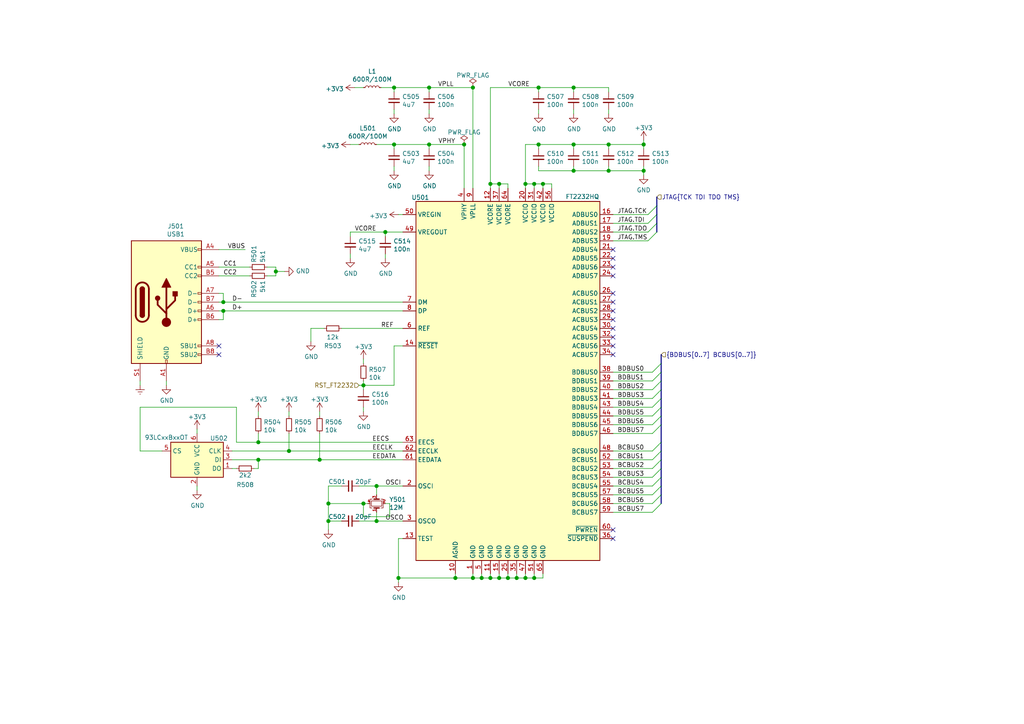
<source format=kicad_sch>
(kicad_sch (version 20211123) (generator eeschema)
  (paper "A4")
  (title_block (title "Mixer: FPGA board") (date "2021-03-28") (rev "1") (comment 1 "License: CC-BY-SA 4.0") (comment 2 "Author: Tobias Müller, twam.info"))
  (lib_symbols
    (symbol "Device:R_Small" (pin_numbers hide) (pin_names (offset 0.254) hide)
      (property "Reference" "R" (at 0.762 0.508 0))
      (property "Value" "R_Small" (at 0.762 -1.016 0))
      (symbol "R_Small_0_1"
        (rectangle (start -0.762 1.778) (end 0.762 -1.778) (stroke (width 0.2032)))
      )
      (symbol "R_Small_1_1"
        (pin passive line (at 0 2.54 270) (length 0.762) (name "~") (number "1"))
        (pin passive line (at 0 -2.54 90) (length 0.762) (name "~") (number "2"))
      )
    )
    (symbol "Interface_USB:FT2232HQ"
      (property "Reference" "U" (at -26.67 53.34 0))
      (property "Value" "FT2232HQ" (at 19.05 53.34 0))
      (symbol "FT2232HQ_0_1"
        (rectangle (start -26.67 -52.07) (end 26.67 52.07) (stroke (width 0.254)) (fill (type background)))
      )
      (symbol "FT2232HQ_1_1"
        (pin power_in line (at -10.16 -55.88 90) (length 3.81) (name "GND") (number "1"))
        (pin power_in line (at -15.24 -55.88 90) (length 3.81) (name "AGND") (number "10"))
        (pin power_in line (at -5.08 -55.88 90) (length 3.81) (name "GND") (number "11"))
        (pin power_in line (at -5.08 55.88 270) (length 3.81) (name "VCORE") (number "12"))
        (pin input line (at -30.48 -45.72 0) (length 3.81) (name "TEST") (number "13"))
        (pin input line (at -30.48 10.16 0) (length 3.81) (name "~{RESET}") (number "14"))
        (pin power_in line (at -2.54 -55.88 90) (length 3.81) (name "GND") (number "15"))
        (pin bidirectional line (at 30.48 48.26 180) (length 3.81) (name "ADBUS0") (number "16"))
        (pin bidirectional line (at 30.48 45.72 180) (length 3.81) (name "ADBUS1") (number "17"))
        (pin bidirectional line (at 30.48 43.18 180) (length 3.81) (name "ADBUS2") (number "18"))
        (pin bidirectional line (at 30.48 40.64 180) (length 3.81) (name "ADBUS3") (number "19"))
        (pin input line (at -30.48 -30.48 0) (length 3.81) (name "OSCI") (number "2"))
        (pin power_in line (at 5.08 55.88 270) (length 3.81) (name "VCCIO") (number "20"))
        (pin bidirectional line (at 30.48 38.1 180) (length 3.81) (name "ADBUS4") (number "21"))
        (pin bidirectional line (at 30.48 35.56 180) (length 3.81) (name "ADBUS5") (number "22"))
        (pin bidirectional line (at 30.48 33.02 180) (length 3.81) (name "ADBUS6") (number "23"))
        (pin bidirectional line (at 30.48 30.48 180) (length 3.81) (name "ADBUS7") (number "24"))
        (pin power_in line (at 0 -55.88 90) (length 3.81) (name "GND") (number "25"))
        (pin bidirectional line (at 30.48 25.4 180) (length 3.81) (name "ACBUS0") (number "26"))
        (pin bidirectional line (at 30.48 22.86 180) (length 3.81) (name "ACBUS1") (number "27"))
        (pin bidirectional line (at 30.48 20.32 180) (length 3.81) (name "ACBUS2") (number "28"))
        (pin bidirectional line (at 30.48 17.78 180) (length 3.81) (name "ACBUS3") (number "29"))
        (pin output line (at -30.48 -40.64 0) (length 3.81) (name "OSCO") (number "3"))
        (pin bidirectional line (at 30.48 15.24 180) (length 3.81) (name "ACBUS4") (number "30"))
        (pin power_in line (at 7.62 55.88 270) (length 3.81) (name "VCCIO") (number "31"))
        (pin bidirectional line (at 30.48 12.7 180) (length 3.81) (name "ACBUS5") (number "32"))
        (pin bidirectional line (at 30.48 10.16 180) (length 3.81) (name "ACBUS6") (number "33"))
        (pin bidirectional line (at 30.48 7.62 180) (length 3.81) (name "ACBUS7") (number "34"))
        (pin power_in line (at 2.54 -55.88 90) (length 3.81) (name "GND") (number "35"))
        (pin output line (at 30.48 -45.72 180) (length 3.81) (name "~{SUSPEND}") (number "36"))
        (pin power_in line (at -2.54 55.88 270) (length 3.81) (name "VCORE") (number "37"))
        (pin bidirectional line (at 30.48 2.54 180) (length 3.81) (name "BDBUS0") (number "38"))
        (pin bidirectional line (at 30.48 0 180) (length 3.81) (name "BDBUS1") (number "39"))
        (pin power_in line (at -12.7 55.88 270) (length 3.81) (name "VPHY") (number "4"))
        (pin bidirectional line (at 30.48 -2.54 180) (length 3.81) (name "BDBUS2") (number "40"))
        (pin bidirectional line (at 30.48 -5.08 180) (length 3.81) (name "BDBUS3") (number "41"))
        (pin power_in line (at 10.16 55.88 270) (length 3.81) (name "VCCIO") (number "42"))
        (pin bidirectional line (at 30.48 -7.62 180) (length 3.81) (name "BDBUS4") (number "43"))
        (pin bidirectional line (at 30.48 -10.16 180) (length 3.81) (name "BDBUS5") (number "44"))
        (pin bidirectional line (at 30.48 -12.7 180) (length 3.81) (name "BDBUS6") (number "45"))
        (pin bidirectional line (at 30.48 -15.24 180) (length 3.81) (name "BDBUS7") (number "46"))
        (pin power_in line (at 5.08 -55.88 90) (length 3.81) (name "GND") (number "47"))
        (pin bidirectional line (at 30.48 -20.32 180) (length 3.81) (name "BCBUS0") (number "48"))
        (pin power_out line (at -30.48 43.18 0) (length 3.81) (name "VREGOUT") (number "49"))
        (pin power_in line (at -7.62 -55.88 90) (length 3.81) (name "GND") (number "5"))
        (pin power_in line (at -30.48 48.26 0) (length 3.81) (name "VREGIN") (number "50"))
        (pin power_in line (at 7.62 -55.88 90) (length 3.81) (name "GND") (number "51"))
        (pin bidirectional line (at 30.48 -22.86 180) (length 3.81) (name "BCBUS1") (number "52"))
        (pin bidirectional line (at 30.48 -25.4 180) (length 3.81) (name "BCBUS2") (number "53"))
        (pin bidirectional line (at 30.48 -27.94 180) (length 3.81) (name "BCBUS3") (number "54"))
        (pin bidirectional line (at 30.48 -30.48 180) (length 3.81) (name "BCBUS4") (number "55"))
        (pin power_in line (at 12.7 55.88 270) (length 3.81) (name "VCCIO") (number "56"))
        (pin bidirectional line (at 30.48 -33.02 180) (length 3.81) (name "BCBUS5") (number "57"))
        (pin bidirectional line (at 30.48 -35.56 180) (length 3.81) (name "BCBUS6") (number "58"))
        (pin bidirectional line (at 30.48 -38.1 180) (length 3.81) (name "BCBUS7") (number "59"))
        (pin output line (at -30.48 15.24 0) (length 3.81) (name "REF") (number "6"))
        (pin output line (at 30.48 -43.18 180) (length 3.81) (name "~{PWREN}") (number "60"))
        (pin bidirectional line (at -30.48 -22.86 0) (length 3.81) (name "EEDATA") (number "61"))
        (pin output line (at -30.48 -20.32 0) (length 3.81) (name "EECLK") (number "62"))
        (pin output line (at -30.48 -17.78 0) (length 3.81) (name "EECS") (number "63"))
        (pin power_in line (at 0 55.88 270) (length 3.81) (name "VCORE") (number "64"))
        (pin power_in line (at 10.16 -55.88 90) (length 3.81) (name "GND") (number "65"))
        (pin bidirectional line (at -30.48 22.86 0) (length 3.81) (name "DM") (number "7"))
        (pin bidirectional line (at -30.48 20.32 0) (length 3.81) (name "DP") (number "8"))
        (pin input line (at -10.16 55.88 270) (length 3.81) (name "VPLL") (number "9"))
      )
    )
    (symbol "Mainboard-rescue:C_Small-Device" (pin_numbers hide) (pin_names (offset 0.254) hide)
      (property "Reference" "C" (at 0.254 1.778 0))
      (property "Value" "C_Small-Device" (at 0.254 -2.032 0))
      (symbol "C_Small-Device_0_1"
        (polyline (pts (xy -1.524 -0.508) (xy 1.524 -0.508)) (stroke (width 0.3302)))
        (polyline (pts (xy -1.524 0.508) (xy 1.524 0.508)) (stroke (width 0.3048)))
      )
      (symbol "C_Small-Device_1_1"
        (pin passive line (at 0 2.54 270) (length 2.032) (name "~") (number "1"))
        (pin passive line (at 0 -2.54 90) (length 2.032) (name "~") (number "2"))
      )
    )
    (symbol "Mainboard-rescue:Crystal_GND24_Small-Device" (pin_names (offset 1.016) hide)
      (property "Reference" "Y" (at 1.27 4.445 0))
      (property "Value" "Crystal_GND24_Small-Device" (at 1.27 2.54 0))
      (symbol "Crystal_GND24_Small-Device_0_1"
        (rectangle (start -0.762 -1.524) (end 0.762 1.524))
        (polyline (pts (xy -1.27 -0.762) (xy -1.27 0.762)) (stroke (width 0.381)))
        (polyline (pts (xy 1.27 -0.762) (xy 1.27 0.762)) (stroke (width 0.381)))
        (polyline (pts (xy -1.27 -1.27) (xy -1.27 -1.905) (xy 1.27 -1.905) (xy 1.27 -1.27)))
        (polyline (pts (xy -1.27 1.27) (xy -1.27 1.905) (xy 1.27 1.905) (xy 1.27 1.27)))
      )
      (symbol "Crystal_GND24_Small-Device_1_1"
        (pin passive line (at -2.54 0 0) (length 1.27) (name "1") (number "1"))
        (pin passive line (at 0 -2.54 90) (length 0.635) (name "2") (number "2"))
        (pin passive line (at 2.54 0 180) (length 1.27) (name "3") (number "3"))
        (pin passive line (at 0 2.54 270) (length 0.635) (name "4") (number "4"))
      )
    )
    (symbol "Mainboard-rescue:Earth-power" (power) (pin_names (offset 0))
      (symbol "Earth-power_0_1"
        (polyline (pts (xy -0.635 -1.905) (xy 0.635 -1.905)))
        (polyline (pts (xy -0.127 -2.54) (xy 0.127 -2.54)))
        (polyline (pts (xy 0 -1.27) (xy 0 0)))
        (polyline (pts (xy 1.27 -1.27) (xy -1.27 -1.27)))
      )
      (symbol "Earth-power_1_1"
        (pin power_in line (at 0 0 270) (length 0) hide (name "Earth") (number "1"))
      )
    )
    (symbol "Mainboard-rescue:GND-power" (power) (pin_names (offset 0))
      (property "Value" "GND-power" (at 0 -3.81 0))
      (symbol "GND-power_0_1"
        (polyline (pts (xy 0 0) (xy 0 -1.27) (xy 1.27 -1.27) (xy 0 -2.54) (xy -1.27 -1.27) (xy 0 -1.27)))
      )
      (symbol "GND-power_1_1"
        (pin power_in line (at 0 0 270) (length 0) hide (name "GND") (number "1"))
      )
    )
    (symbol "Mainboard-rescue:L_Small-Device" (pin_numbers hide) (pin_names (offset 0.254) hide)
      (property "Reference" "L" (at 0.762 1.016 0))
      (property "Value" "L_Small-Device" (at 0.762 -1.016 0))
      (symbol "L_Small-Device_0_1"
        (arc (start 0 -2.032) (mid 0.508 -1.524) (end 0 -1.016))
        (arc (start 0 -1.016) (mid 0.508 -0.508) (end 0 0))
        (arc (start 0 0) (mid 0.508 0.508) (end 0 1.016))
        (arc (start 0 1.016) (mid 0.508 1.524) (end 0 2.032))
      )
      (symbol "L_Small-Device_1_1"
        (pin passive line (at 0 2.54 270) (length 0.508) (name "~") (number "1"))
        (pin passive line (at 0 -2.54 90) (length 0.508) (name "~") (number "2"))
      )
    )
    (symbol "Mainboard-rescue:R_Small-Device" (pin_numbers hide) (pin_names (offset 0.254) hide)
      (property "Reference" "R" (at 0.762 0.508 0))
      (property "Value" "R_Small-Device" (at 0.762 -1.016 0))
      (symbol "R_Small-Device_0_1"
        (rectangle (start -0.762 1.778) (end 0.762 -1.778) (stroke (width 0.2032)))
      )
      (symbol "R_Small-Device_1_1"
        (pin passive line (at 0 2.54 270) (length 0.762) (name "~") (number "1"))
        (pin passive line (at 0 -2.54 90) (length 0.762) (name "~") (number "2"))
      )
    )
    (symbol "Mainboard-rescue:USB_C_Receptacle_USB2.0-Connector" (pin_names (offset 1.016))
      (property "Reference" "J" (at -10.16 19.05 0))
      (property "Value" "USB_C_Receptacle_USB2.0-Connector" (at 19.05 19.05 0))
      (symbol "USB_C_Receptacle_USB2.0-Connector_0_0"
        (rectangle (start -0.254 -17.78) (end 0.254 -16.764))
        (rectangle (start 10.16 -14.986) (end 9.144 -15.494))
        (rectangle (start 10.16 -12.446) (end 9.144 -12.954))
        (rectangle (start 10.16 -4.826) (end 9.144 -5.334))
        (rectangle (start 10.16 -2.286) (end 9.144 -2.794))
        (rectangle (start 10.16 0.254) (end 9.144 -0.254))
        (rectangle (start 10.16 2.794) (end 9.144 2.286))
        (rectangle (start 10.16 7.874) (end 9.144 7.366))
        (rectangle (start 10.16 10.414) (end 9.144 9.906))
        (rectangle (start 10.16 15.494) (end 9.144 14.986))
      )
      (symbol "USB_C_Receptacle_USB2.0-Connector_0_1"
        (rectangle (start -10.16 17.78) (end 10.16 -17.78) (stroke (width 0.254)) (fill (type background)))
        (arc (start -8.89 -3.81) (mid -6.985 -5.715) (end -5.08 -3.81) (stroke (width 0.508)))
        (arc (start -7.62 -3.81) (mid -6.985 -4.445) (end -6.35 -3.81) (stroke (width 0.254)))
        (arc (start -7.62 -3.81) (mid -6.985 -4.445) (end -6.35 -3.81) (stroke (width 0.254)) (fill (type outline)))
        (rectangle (start -7.62 -3.81) (end -6.35 3.81) (stroke (width 0.254)) (fill (type outline)))
        (arc (start -6.35 3.81) (mid -6.985 4.445) (end -7.62 3.81) (stroke (width 0.254)))
        (arc (start -6.35 3.81) (mid -6.985 4.445) (end -7.62 3.81) (stroke (width 0.254)) (fill (type outline)))
        (arc (start -5.08 3.81) (mid -6.985 5.715) (end -8.89 3.81) (stroke (width 0.508)))
        (circle (center -2.54 1.143) (radius 0.635) (stroke (width 0.254)) (fill (type outline)))
        (circle (center 0 -5.842) (radius 1.27) (fill (type outline)))
        (polyline (pts (xy -8.89 -3.81) (xy -8.89 3.81)) (stroke (width 0.508)))
        (polyline (pts (xy -5.08 3.81) (xy -5.08 -3.81)) (stroke (width 0.508)))
        (polyline (pts (xy 0 -5.842) (xy 0 4.318)) (stroke (width 0.508)))
        (polyline (pts (xy 0 -3.302) (xy -2.54 -0.762) (xy -2.54 0.508)) (stroke (width 0.508)))
        (polyline (pts (xy 0 -2.032) (xy 2.54 0.508) (xy 2.54 1.778)) (stroke (width 0.508)))
        (polyline (pts (xy -1.27 4.318) (xy 0 6.858) (xy 1.27 4.318) (xy -1.27 4.318)) (stroke (width 0.254)) (fill (type outline)))
        (rectangle (start 1.905 1.778) (end 3.175 3.048) (stroke (width 0.254)) (fill (type outline)))
      )
      (symbol "USB_C_Receptacle_USB2.0-Connector_1_1"
        (pin passive line (at 0 -22.86 90) (length 5.08) (name "GND") (number "A1"))
        (pin passive line (at 0 -22.86 90) (length 5.08) hide (name "GND") (number "A12"))
        (pin passive line (at 15.24 15.24 180) (length 5.08) (name "VBUS") (number "A4"))
        (pin bidirectional line (at 15.24 10.16 180) (length 5.08) (name "CC1") (number "A5"))
        (pin bidirectional line (at 15.24 -2.54 180) (length 5.08) (name "D+") (number "A6"))
        (pin bidirectional line (at 15.24 2.54 180) (length 5.08) (name "D-") (number "A7"))
        (pin bidirectional line (at 15.24 -12.7 180) (length 5.08) (name "SBU1") (number "A8"))
        (pin passive line (at 15.24 15.24 180) (length 5.08) hide (name "VBUS") (number "A9"))
        (pin passive line (at 0 -22.86 90) (length 5.08) hide (name "GND") (number "B1"))
        (pin passive line (at 0 -22.86 90) (length 5.08) hide (name "GND") (number "B12"))
        (pin passive line (at 15.24 15.24 180) (length 5.08) hide (name "VBUS") (number "B4"))
        (pin bidirectional line (at 15.24 7.62 180) (length 5.08) (name "CC2") (number "B5"))
        (pin bidirectional line (at 15.24 -5.08 180) (length 5.08) (name "D+") (number "B6"))
        (pin bidirectional line (at 15.24 0 180) (length 5.08) (name "D-") (number "B7"))
        (pin bidirectional line (at 15.24 -15.24 180) (length 5.08) (name "SBU2") (number "B8"))
        (pin passive line (at 15.24 15.24 180) (length 5.08) hide (name "VBUS") (number "B9"))
        (pin passive line (at -7.62 -22.86 90) (length 5.08) (name "SHIELD") (number "S1"))
      )
    )
    (symbol "Memory_EEPROM:93LCxxBxxOT"
      (property "Reference" "U" (at -6.35 6.35 0))
      (property "Value" "93LCxxBxxOT" (at 7.62 -6.35 0))
      (symbol "93LCxxBxxOT_0_1"
        (rectangle (start -7.62 5.08) (end 7.62 -5.08) (stroke (width 0.254)) (fill (type background)))
      )
      (symbol "93LCxxBxxOT_1_1"
        (pin tri_state line (at 10.16 -2.54 180) (length 2.54) (name "DO") (number "1"))
        (pin power_in line (at 0 -7.62 90) (length 2.54) (name "GND") (number "2"))
        (pin input line (at 10.16 0 180) (length 2.54) (name "DI") (number "3"))
        (pin input line (at 10.16 2.54 180) (length 2.54) (name "CLK") (number "4"))
        (pin input line (at -10.16 2.54 0) (length 2.54) (name "CS") (number "5"))
        (pin power_in line (at 0 7.62 270) (length 2.54) (name "VCC") (number "6"))
      )
    )
    (symbol "power:+3V3" (power) (pin_names (offset 0))
      (property "Value" "+3V3" (at 0 3.556 0))
      (symbol "+3V3_0_1"
        (polyline (pts (xy -0.762 1.27) (xy 0 2.54)))
        (polyline (pts (xy 0 0) (xy 0 2.54)))
        (polyline (pts (xy 0 2.54) (xy 0.762 1.27)))
      )
      (symbol "+3V3_1_1"
        (pin power_in line (at 0 0 90) (length 0) hide (name "+3V3") (number "1"))
      )
    )
    (symbol "power:GND" (power) (pin_names (offset 0))
      (property "Value" "GND" (at 0 -3.81 0))
      (symbol "GND_0_1"
        (polyline (pts (xy 0 0) (xy 0 -1.27) (xy 1.27 -1.27) (xy 0 -2.54) (xy -1.27 -1.27) (xy 0 -1.27)))
      )
      (symbol "GND_1_1"
        (pin power_in line (at 0 0 270) (length 0) hide (name "GND") (number "1"))
      )
    )
    (symbol "power:PWR_FLAG" (power) (pin_numbers hide) (pin_names (offset 0) hide)
      (property "Value" "PWR_FLAG" (at 0 3.81 0))
      (symbol "PWR_FLAG_0_0"
        (pin power_out line (at 0 0 90) (length 0) (name "pwr") (number "1"))
      )
      (symbol "PWR_FLAG_0_1"
        (polyline (pts (xy 0 0) (xy 0 1.27) (xy -1.016 1.905) (xy 0 2.54) (xy 1.016 1.905) (xy 0 1.27)))
      )
    )
  )
  (junction (at 156.21 41.91) (diameter 1.016))
  (junction (at 147.32 167.64) (diameter 1.016))
  (junction (at 105.41 146.05) (diameter 1.016))
  (junction (at 124.46 25.4) (diameter 1.016))
  (junction (at 176.53 41.91) (diameter 1.016))
  (junction (at 80.01 78.74) (diameter 1.016))
  (junction (at 109.22 140.97) (diameter 1.016))
  (junction (at 132.08 167.64) (diameter 1.016))
  (junction (at 109.22 151.13) (diameter 1.016))
  (junction (at 152.4 167.64) (diameter 1.016))
  (junction (at 95.25 151.13) (diameter 1.016))
  (junction (at 137.16 167.64) (diameter 1.016))
  (junction (at 134.62 41.91) (diameter 1.016))
  (junction (at 144.78 167.64) (diameter 1.016))
  (junction (at 115.57 167.64) (diameter 1.016))
  (junction (at 149.86 167.64) (diameter 1.016))
  (junction (at 111.76 67.31) (diameter 1.016))
  (junction (at 186.69 41.91) (diameter 1.016))
  (junction (at 152.4 53.34) (diameter 1.016))
  (junction (at 95.25 146.05) (diameter 1.016))
  (junction (at 139.7 167.64) (diameter 1.016))
  (junction (at 92.71 133.35) (diameter 1.016))
  (junction (at 176.53 49.53) (diameter 1.016))
  (junction (at 83.82 130.81) (diameter 1.016))
  (junction (at 166.37 49.53) (diameter 1.016))
  (junction (at 74.93 128.27) (diameter 1.016))
  (junction (at 166.37 25.4) (diameter 1.016))
  (junction (at 114.3 25.4) (diameter 1.016))
  (junction (at 157.48 53.34) (diameter 1.016))
  (junction (at 154.94 53.34) (diameter 1.016))
  (junction (at 144.78 53.34) (diameter 1.016))
  (junction (at 142.24 167.64) (diameter 1.016))
  (junction (at 166.37 41.91) (diameter 1.016))
  (junction (at 105.41 111.76) (diameter 1.016))
  (junction (at 64.77 90.17) (diameter 1.016))
  (junction (at 156.21 25.4) (diameter 1.016))
  (junction (at 64.77 87.63) (diameter 1.016))
  (junction (at 114.3 41.91) (diameter 1.016))
  (junction (at 74.93 133.35) (diameter 1.016))
  (junction (at 137.16 25.4) (diameter 1.016))
  (junction (at 142.24 53.34) (diameter 1.016))
  (junction (at 186.69 49.53) (diameter 1.016))
  (junction (at 154.94 167.64) (diameter 1.016))
  (junction (at 124.46 41.91) (diameter 1.016))
  (no_connect (at 63.5 102.87))
  (no_connect (at 177.8 72.39))
  (no_connect (at 177.8 74.93))
  (no_connect (at 177.8 77.47))
  (no_connect (at 177.8 80.01))
  (no_connect (at 177.8 85.09))
  (no_connect (at 177.8 87.63))
  (no_connect (at 177.8 90.17))
  (no_connect (at 177.8 92.71))
  (no_connect (at 177.8 95.25))
  (no_connect (at 177.8 97.79))
  (no_connect (at 177.8 100.33))
  (no_connect (at 177.8 102.87))
  (no_connect (at 63.5 100.33))
  (no_connect (at 177.8 153.67))
  (no_connect (at 177.8 156.21))
  (bus_entry (at 191.77 130.81) (size -2.54 2.54) (stroke (width 0.1524)))
  (bus_entry (at 191.77 138.43) (size -2.54 2.54) (stroke (width 0.1524)))
  (bus_entry (at 190.5 67.31) (size -2.54 2.54) (stroke (width 0.1524)))
  (bus_entry (at 190.5 59.69) (size -2.54 2.54) (stroke (width 0.1524)))
  (bus_entry (at 191.77 135.89) (size -2.54 2.54) (stroke (width 0.1524)))
  (bus_entry (at 191.77 118.11) (size -2.54 2.54) (stroke (width 0.1524)))
  (bus_entry (at 191.77 143.51) (size -2.54 2.54) (stroke (width 0.1524)))
  (bus_entry (at 190.5 64.77) (size -2.54 2.54) (stroke (width 0.1524)))
  (bus_entry (at 190.5 62.23) (size -2.54 2.54) (stroke (width 0.1524)))
  (bus_entry (at 191.77 128.27) (size -2.54 2.54) (stroke (width 0.1524)))
  (bus_entry (at 191.77 140.97) (size -2.54 2.54) (stroke (width 0.1524)))
  (bus_entry (at 191.77 120.65) (size -2.54 2.54) (stroke (width 0.1524)))
  (bus_entry (at 191.77 115.57) (size -2.54 2.54) (stroke (width 0.1524)))
  (bus_entry (at 191.77 110.49) (size -2.54 2.54) (stroke (width 0.1524)))
  (bus_entry (at 191.77 105.41) (size -2.54 2.54) (stroke (width 0.1524)))
  (bus_entry (at 191.77 123.19) (size -2.54 2.54) (stroke (width 0.1524)))
  (bus_entry (at 191.77 133.35) (size -2.54 2.54) (stroke (width 0.1524)))
  (bus_entry (at 191.77 107.95) (size -2.54 2.54) (stroke (width 0.1524)))
  (bus_entry (at 191.77 113.03) (size -2.54 2.54) (stroke (width 0.1524)))
  (bus_entry (at 191.77 146.05) (size -2.54 2.54) (stroke (width 0.1524)))
  (bus (pts (xy 191.77 113.03) (xy 191.77 115.57)))
  (wire (pts (xy 177.8 143.51) (xy 189.23 143.51)))
  (wire (pts (xy 99.06 140.97) (xy 95.25 140.97)))
  (wire (pts (xy 124.46 25.4) (xy 114.3 25.4)))
  (wire (pts (xy 57.15 140.97) (xy 57.15 142.24)))
  (wire (pts (xy 177.8 69.85) (xy 187.96 69.85)))
  (bus (pts (xy 191.77 130.81) (xy 191.77 133.35)))
  (wire (pts (xy 137.16 166.37) (xy 137.16 167.64)))
  (wire (pts (xy 64.77 85.09) (xy 64.77 87.63)))
  (wire (pts (xy 74.93 119.38) (xy 74.93 120.65)))
  (wire (pts (xy 124.46 41.91) (xy 114.3 41.91)))
  (wire (pts (xy 142.24 166.37) (xy 142.24 167.64)))
  (wire (pts (xy 104.14 111.76) (xy 105.41 111.76)))
  (wire (pts (xy 92.71 119.38) (xy 92.71 120.65)))
  (wire (pts (xy 74.93 125.73) (xy 74.93 128.27)))
  (wire (pts (xy 166.37 48.26) (xy 166.37 49.53)))
  (bus (pts (xy 190.5 59.69) (xy 190.5 62.23)))
  (bus (pts (xy 191.77 102.87) (xy 191.77 105.41)))
  (wire (pts (xy 156.21 31.75) (xy 156.21 33.02)))
  (wire (pts (xy 95.25 140.97) (xy 95.25 146.05)))
  (wire (pts (xy 115.57 167.64) (xy 115.57 168.91)))
  (wire (pts (xy 109.22 41.91) (xy 114.3 41.91)))
  (wire (pts (xy 64.77 90.17) (xy 116.84 90.17)))
  (bus (pts (xy 190.5 57.15) (xy 190.5 59.69)))
  (wire (pts (xy 147.32 166.37) (xy 147.32 167.64)))
  (wire (pts (xy 139.7 166.37) (xy 139.7 167.64)))
  (wire (pts (xy 124.46 26.67) (xy 124.46 25.4)))
  (wire (pts (xy 124.46 49.53) (xy 124.46 48.26)))
  (wire (pts (xy 80.01 80.01) (xy 77.47 80.01)))
  (wire (pts (xy 177.8 148.59) (xy 189.23 148.59)))
  (bus (pts (xy 191.77 107.95) (xy 191.77 110.49)))
  (wire (pts (xy 177.8 115.57) (xy 189.23 115.57)))
  (wire (pts (xy 80.01 78.74) (xy 82.55 78.74)))
  (wire (pts (xy 124.46 33.02) (xy 124.46 31.75)))
  (wire (pts (xy 177.8 123.19) (xy 189.23 123.19)))
  (wire (pts (xy 95.25 151.13) (xy 99.06 151.13)))
  (wire (pts (xy 124.46 25.4) (xy 137.16 25.4)))
  (wire (pts (xy 137.16 25.4) (xy 137.16 54.61)))
  (wire (pts (xy 157.48 53.34) (xy 157.48 54.61)))
  (wire (pts (xy 101.6 67.31) (xy 101.6 68.58)))
  (wire (pts (xy 101.6 67.31) (xy 111.76 67.31)))
  (wire (pts (xy 116.84 67.31) (xy 111.76 67.31)))
  (wire (pts (xy 124.46 43.18) (xy 124.46 41.91)))
  (wire (pts (xy 114.3 25.4) (xy 114.3 26.67)))
  (wire (pts (xy 154.94 166.37) (xy 154.94 167.64)))
  (bus (pts (xy 191.77 118.11) (xy 191.77 120.65)))
  (bus (pts (xy 191.77 105.41) (xy 191.77 107.95)))
  (wire (pts (xy 63.5 80.01) (xy 72.39 80.01)))
  (wire (pts (xy 152.4 41.91) (xy 156.21 41.91)))
  (wire (pts (xy 152.4 53.34) (xy 152.4 41.91)))
  (wire (pts (xy 156.21 41.91) (xy 166.37 41.91)))
  (wire (pts (xy 166.37 41.91) (xy 176.53 41.91)))
  (wire (pts (xy 176.53 41.91) (xy 186.69 41.91)))
  (wire (pts (xy 177.8 64.77) (xy 187.96 64.77)))
  (wire (pts (xy 177.8 140.97) (xy 189.23 140.97)))
  (wire (pts (xy 186.69 40.64) (xy 186.69 41.91)))
  (wire (pts (xy 99.06 95.25) (xy 116.84 95.25)))
  (wire (pts (xy 64.77 92.71) (xy 63.5 92.71)))
  (wire (pts (xy 106.68 146.05) (xy 105.41 146.05)))
  (wire (pts (xy 101.6 73.66) (xy 101.6 74.93)))
  (wire (pts (xy 114.3 41.91) (xy 114.3 43.18)))
  (wire (pts (xy 111.76 67.31) (xy 111.76 68.58)))
  (wire (pts (xy 105.41 104.14) (xy 105.41 105.41)))
  (wire (pts (xy 176.53 48.26) (xy 176.53 49.53)))
  (wire (pts (xy 115.57 156.21) (xy 115.57 167.64)))
  (wire (pts (xy 115.57 167.64) (xy 132.08 167.64)))
  (wire (pts (xy 116.84 156.21) (xy 115.57 156.21)))
  (wire (pts (xy 124.46 41.91) (xy 134.62 41.91)))
  (wire (pts (xy 134.62 41.91) (xy 134.62 54.61)))
  (wire (pts (xy 156.21 25.4) (xy 156.21 26.67)))
  (wire (pts (xy 83.82 119.38) (xy 83.82 120.65)))
  (wire (pts (xy 93.98 95.25) (xy 90.17 95.25)))
  (wire (pts (xy 114.3 49.53) (xy 114.3 48.26)))
  (wire (pts (xy 132.08 166.37) (xy 132.08 167.64)))
  (wire (pts (xy 132.08 167.64) (xy 137.16 167.64)))
  (wire (pts (xy 137.16 167.64) (xy 139.7 167.64)))
  (wire (pts (xy 139.7 167.64) (xy 142.24 167.64)))
  (wire (pts (xy 142.24 167.64) (xy 144.78 167.64)))
  (wire (pts (xy 144.78 167.64) (xy 147.32 167.64)))
  (wire (pts (xy 147.32 167.64) (xy 149.86 167.64)))
  (wire (pts (xy 149.86 167.64) (xy 152.4 167.64)))
  (wire (pts (xy 152.4 167.64) (xy 154.94 167.64)))
  (wire (pts (xy 154.94 167.64) (xy 157.48 167.64)))
  (wire (pts (xy 157.48 166.37) (xy 157.48 167.64)))
  (wire (pts (xy 101.6 41.91) (xy 104.14 41.91)))
  (wire (pts (xy 114.3 33.02) (xy 114.3 31.75)))
  (wire (pts (xy 142.24 53.34) (xy 142.24 54.61)))
  (wire (pts (xy 144.78 53.34) (xy 142.24 53.34)))
  (wire (pts (xy 147.32 53.34) (xy 144.78 53.34)))
  (wire (pts (xy 147.32 54.61) (xy 147.32 53.34)))
  (wire (pts (xy 92.71 125.73) (xy 92.71 133.35)))
  (bus (pts (xy 190.5 64.77) (xy 190.5 67.31)))
  (wire (pts (xy 166.37 41.91) (xy 166.37 43.18)))
  (wire (pts (xy 177.8 110.49) (xy 189.23 110.49)))
  (wire (pts (xy 177.8 133.35) (xy 189.23 133.35)))
  (wire (pts (xy 177.8 67.31) (xy 187.96 67.31)))
  (wire (pts (xy 152.4 53.34) (xy 152.4 54.61)))
  (wire (pts (xy 186.69 49.53) (xy 186.69 50.8)))
  (wire (pts (xy 177.8 135.89) (xy 189.23 135.89)))
  (wire (pts (xy 63.5 85.09) (xy 64.77 85.09)))
  (wire (pts (xy 115.57 62.23) (xy 116.84 62.23)))
  (wire (pts (xy 154.94 53.34) (xy 154.94 54.61)))
  (bus (pts (xy 191.77 138.43) (xy 191.77 140.97)))
  (bus (pts (xy 190.5 62.23) (xy 190.5 64.77)))
  (bus (pts (xy 191.77 115.57) (xy 191.77 118.11)))
  (bus (pts (xy 191.77 123.19) (xy 191.77 128.27)))
  (wire (pts (xy 105.41 111.76) (xy 114.3 111.76)))
  (wire (pts (xy 114.3 100.33) (xy 116.84 100.33)))
  (wire (pts (xy 114.3 111.76) (xy 114.3 100.33)))
  (wire (pts (xy 176.53 41.91) (xy 176.53 43.18)))
  (bus (pts (xy 191.77 128.27) (xy 191.77 130.81)))
  (wire (pts (xy 95.25 153.67) (xy 95.25 151.13)))
  (wire (pts (xy 116.84 140.97) (xy 109.22 140.97)))
  (wire (pts (xy 105.41 149.86) (xy 105.41 146.05)))
  (wire (pts (xy 71.12 72.39) (xy 63.5 72.39)))
  (wire (pts (xy 102.87 25.4) (xy 105.41 25.4)))
  (wire (pts (xy 176.53 31.75) (xy 176.53 33.02)))
  (wire (pts (xy 166.37 31.75) (xy 166.37 33.02)))
  (bus (pts (xy 191.77 140.97) (xy 191.77 143.51)))
  (wire (pts (xy 83.82 125.73) (xy 83.82 130.81)))
  (wire (pts (xy 80.01 78.74) (xy 80.01 80.01)))
  (wire (pts (xy 177.8 113.03) (xy 189.23 113.03)))
  (wire (pts (xy 64.77 90.17) (xy 64.77 92.71)))
  (wire (pts (xy 64.77 87.63) (xy 116.84 87.63)))
  (wire (pts (xy 111.76 73.66) (xy 111.76 74.93)))
  (wire (pts (xy 40.64 118.11) (xy 68.58 118.11)))
  (wire (pts (xy 40.64 130.81) (xy 40.64 118.11)))
  (wire (pts (xy 46.99 130.81) (xy 40.64 130.81)))
  (wire (pts (xy 68.58 118.11) (xy 68.58 128.27)))
  (wire (pts (xy 68.58 128.27) (xy 74.93 128.27)))
  (wire (pts (xy 74.93 128.27) (xy 116.84 128.27)))
  (wire (pts (xy 77.47 77.47) (xy 80.01 77.47)))
  (wire (pts (xy 156.21 41.91) (xy 156.21 43.18)))
  (wire (pts (xy 104.14 151.13) (xy 109.22 151.13)))
  (wire (pts (xy 166.37 25.4) (xy 166.37 26.67)))
  (wire (pts (xy 67.31 135.89) (xy 68.58 135.89)))
  (wire (pts (xy 48.26 111.76) (xy 48.26 110.49)))
  (wire (pts (xy 177.8 125.73) (xy 189.23 125.73)))
  (wire (pts (xy 72.39 77.47) (xy 63.5 77.47)))
  (bus (pts (xy 191.77 120.65) (xy 191.77 123.19)))
  (wire (pts (xy 109.22 151.13) (xy 109.22 148.59)))
  (bus (pts (xy 191.77 110.49) (xy 191.77 113.03)))
  (wire (pts (xy 111.76 146.05) (xy 113.03 146.05)))
  (wire (pts (xy 105.41 118.11) (xy 105.41 119.38)))
  (wire (pts (xy 67.31 133.35) (xy 74.93 133.35)))
  (wire (pts (xy 74.93 133.35) (xy 92.71 133.35)))
  (wire (pts (xy 92.71 133.35) (xy 116.84 133.35)))
  (wire (pts (xy 110.49 25.4) (xy 114.3 25.4)))
  (wire (pts (xy 105.41 146.05) (xy 95.25 146.05)))
  (bus (pts (xy 191.77 135.89) (xy 191.77 138.43)))
  (wire (pts (xy 64.77 87.63) (xy 63.5 87.63)))
  (wire (pts (xy 80.01 77.47) (xy 80.01 78.74)))
  (bus (pts (xy 191.77 143.51) (xy 191.77 146.05)))
  (wire (pts (xy 142.24 25.4) (xy 156.21 25.4)))
  (wire (pts (xy 142.24 53.34) (xy 142.24 25.4)))
  (wire (pts (xy 156.21 25.4) (xy 166.37 25.4)))
  (wire (pts (xy 166.37 25.4) (xy 176.53 25.4)))
  (wire (pts (xy 113.03 149.86) (xy 105.41 149.86)))
  (wire (pts (xy 186.69 41.91) (xy 186.69 43.18)))
  (wire (pts (xy 113.03 146.05) (xy 113.03 149.86)))
  (wire (pts (xy 57.15 124.46) (xy 57.15 125.73)))
  (wire (pts (xy 177.8 62.23) (xy 187.96 62.23)))
  (wire (pts (xy 177.8 107.95) (xy 189.23 107.95)))
  (wire (pts (xy 90.17 95.25) (xy 90.17 99.06)))
  (wire (pts (xy 152.4 53.34) (xy 154.94 53.34)))
  (wire (pts (xy 154.94 53.34) (xy 157.48 53.34)))
  (wire (pts (xy 157.48 53.34) (xy 160.02 53.34)))
  (wire (pts (xy 160.02 53.34) (xy 160.02 54.61)))
  (wire (pts (xy 67.31 130.81) (xy 83.82 130.81)))
  (wire (pts (xy 83.82 130.81) (xy 116.84 130.81)))
  (wire (pts (xy 177.8 120.65) (xy 189.23 120.65)))
  (wire (pts (xy 177.8 118.11) (xy 189.23 118.11)))
  (wire (pts (xy 73.66 135.89) (xy 74.93 135.89)))
  (wire (pts (xy 74.93 135.89) (xy 74.93 133.35)))
  (wire (pts (xy 144.78 53.34) (xy 144.78 54.61)))
  (wire (pts (xy 40.64 111.76) (xy 40.64 110.49)))
  (wire (pts (xy 63.5 90.17) (xy 64.77 90.17)))
  (wire (pts (xy 177.8 130.81) (xy 189.23 130.81)))
  (wire (pts (xy 116.84 151.13) (xy 109.22 151.13)))
  (wire (pts (xy 176.53 25.4) (xy 176.53 26.67)))
  (wire (pts (xy 177.8 138.43) (xy 189.23 138.43)))
  (wire (pts (xy 95.25 146.05) (xy 95.25 151.13)))
  (bus (pts (xy 191.77 133.35) (xy 191.77 135.89)))
  (wire (pts (xy 104.14 140.97) (xy 109.22 140.97)))
  (wire (pts (xy 105.41 110.49) (xy 105.41 111.76)))
  (wire (pts (xy 105.41 111.76) (xy 105.41 113.03)))
  (wire (pts (xy 152.4 166.37) (xy 152.4 167.64)))
  (wire (pts (xy 144.78 166.37) (xy 144.78 167.64)))
  (wire (pts (xy 109.22 140.97) (xy 109.22 143.51)))
  (wire (pts (xy 177.8 146.05) (xy 189.23 146.05)))
  (wire (pts (xy 149.86 166.37) (xy 149.86 167.64)))
  (wire (pts (xy 156.21 48.26) (xy 156.21 49.53)))
  (wire (pts (xy 156.21 49.53) (xy 166.37 49.53)))
  (wire (pts (xy 166.37 49.53) (xy 176.53 49.53)))
  (wire (pts (xy 176.53 49.53) (xy 186.69 49.53)))
  (wire (pts (xy 186.69 49.53) (xy 186.69 48.26)))
  (label "BDBUS7" (at 179.07 125.73 0))
  (label "BDBUS1" (at 179.07 110.49 0))
  (label "VCORE" (at 153.67 25.4 180))
  (label "EEDATA" (at 107.95 133.35 0))
  (label "BDBUS5" (at 179.07 120.65 0))
  (label "JTAG.TCK" (at 179.07 62.23 0))
  (label "OSCO" (at 111.76 151.13 0))
  (label "BCBUS2" (at 179.07 135.89 0))
  (label "BDBUS0" (at 179.07 107.95 0))
  (label "VBUS" (at 71.12 72.39 180))
  (label "JTAG.TMS" (at 179.07 69.85 0))
  (label "BCBUS6" (at 179.07 146.05 0))
  (label "BCBUS1" (at 179.07 133.35 0))
  (label "D+" (at 67.31 90.17 0))
  (label "BDBUS6" (at 179.07 123.19 0))
  (label "BDBUS2" (at 179.07 113.03 0))
  (label "D-" (at 67.31 87.63 0))
  (label "BCBUS5" (at 179.07 143.51 0))
  (label "EECS" (at 107.95 128.27 0))
  (label "JTAG.TDI" (at 179.07 64.77 0))
  (label "EECLK" (at 107.95 130.81 0))
  (label "VPLL" (at 127 25.4 0))
  (label "BCBUS4" (at 179.07 140.97 0))
  (label "REF" (at 110.49 95.25 0))
  (label "VPHY" (at 132.08 41.91 180))
  (label "CC1" (at 64.77 77.47 0))
  (label "BCBUS0" (at 179.07 130.81 0))
  (label "CC2" (at 64.77 80.01 0))
  (label "BDBUS4" (at 179.07 118.11 0))
  (label "JTAG.TDO" (at 179.07 67.31 0))
  (label "BDBUS3" (at 179.07 115.57 0))
  (label "BCBUS3" (at 179.07 138.43 0))
  (label "BCBUS7" (at 179.07 148.59 0))
  (label "VCORE" (at 102.87 67.31 0))
  (label "OSCI" (at 111.76 140.97 0))
  (hierarchical_label "RST_FT2232" (shape input) (at 104.14 111.76 180))
  (hierarchical_label "JTAG{TCK TDI TDO TMS}" (shape input) (at 190.5 57.15 0))
  (hierarchical_label "{BDBUS[0..7] BCBUS[0..7]}" (shape input) (at 191.77 102.87 0))
  (symbol (lib_id "Mainboard-rescue:Crystal_GND24_Small-Device") (at 109.22 146.05 90) (unit 1)
    (property "Reference" "Y501" (at 112.8776 144.8816 90) (effects (justify right)))
    (property "Value" "12M" (at 112.8776 147.193 90) (effects (justify right)))
    (property "Footprint" "Crystal:Crystal_SMD_3225-4Pin_3.2x2.5mm" (effects hide))
    (property "LCSC" "C9002" (effects hide))
  )
  (symbol (lib_id "Mainboard-rescue:C_Small-Device") (at 101.6 140.97 270) (unit 1)
    (property "Reference" "C501" (at 97.79 139.7 90))
    (property "Value" "20pF" (at 105.41 139.7 90))
    (property "Footprint" "Capacitor_SMD:C_0402_1005Metric" (effects hide))
    (property "LCSC" "C1554" (effects hide))
  )
  (symbol (lib_id "Mainboard-rescue:GND-power") (at 95.25 153.67 0) (unit 1)
    (property "Reference" "#PWR0142" (effects hide))
    (property "Value" "GND" (at 95.377 158.0642 0))
  )
  (symbol (lib_id "Mainboard-rescue:C_Small-Device") (at 101.6 151.13 270) (unit 1)
    (property "Reference" "C502" (at 97.79 149.86 90))
    (property "Value" "20pF" (at 105.41 149.86 90))
    (property "Footprint" "Capacitor_SMD:C_0402_1005Metric" (effects hide))
    (property "LCSC" "C1554" (effects hide))
  )
  (symbol (lib_id "Mainboard-rescue:L_Small-Device") (at 106.68 41.91 90) (unit 1)
    (property "Reference" "L501" (at 106.68 37.211 90))
    (property "Value" "600R/100M" (at 106.68 39.5224 90))
    (property "Footprint" "Inductor_SMD:L_0805_2012Metric" (effects hide))
    (property "LCSC" "C1017" (effects hide))
  )
  (symbol (lib_id "Mainboard-rescue:C_Small-Device") (at 114.3 45.72 0) (unit 1)
    (property "Reference" "C503" (at 116.6368 44.5516 0) (effects (justify left)))
    (property "Value" "4u7" (at 116.6368 46.863 0) (effects (justify left)))
    (property "Footprint" "Capacitor_SMD:C_0603_1608Metric" (effects hide))
    (property "LCSC" "C19666" (effects hide))
  )
  (symbol (lib_id "Mainboard-rescue:GND-power") (at 114.3 49.53 0) (unit 1)
    (property "Reference" "#PWR0183" (effects hide))
    (property "Value" "GND" (at 114.427 53.9242 0))
  )
  (symbol (lib_id "Mainboard-rescue:C_Small-Device") (at 124.46 45.72 0) (unit 1)
    (property "Reference" "C504" (at 126.7968 44.5516 0) (effects (justify left)))
    (property "Value" "100n" (at 126.7968 46.863 0) (effects (justify left)))
    (property "Footprint" "Capacitor_SMD:C_0402_1005Metric" (effects hide))
    (property "LCSC" "C1525" (effects hide))
  )
  (symbol (lib_id "Mainboard-rescue:GND-power") (at 124.46 49.53 0) (unit 1)
    (property "Reference" "#PWR0184" (effects hide))
    (property "Value" "GND" (at 124.587 53.9242 0))
  )
  (symbol (lib_id "Mainboard-rescue:L_Small-Device") (at 107.95 25.4 90) (unit 1)
    (property "Reference" "L1" (at 107.95 20.701 90))
    (property "Value" "600R/100M" (at 107.95 23.0124 90))
    (property "Footprint" "Inductor_SMD:L_0805_2012Metric" (effects hide))
    (property "LCSC" "C1017" (effects hide))
  )
  (symbol (lib_id "Mainboard-rescue:C_Small-Device") (at 114.3 29.21 0) (unit 1)
    (property "Reference" "C505" (at 116.6368 28.0416 0) (effects (justify left)))
    (property "Value" "4u7" (at 116.6368 30.353 0) (effects (justify left)))
    (property "Footprint" "Capacitor_SMD:C_0603_1608Metric" (effects hide))
    (property "LCSC" "C19666" (effects hide))
  )
  (symbol (lib_id "Mainboard-rescue:GND-power") (at 114.3 33.02 0) (unit 1)
    (property "Reference" "#PWR0185" (effects hide))
    (property "Value" "GND" (at 114.427 37.4142 0))
  )
  (symbol (lib_id "Mainboard-rescue:C_Small-Device") (at 124.46 29.21 0) (unit 1)
    (property "Reference" "C506" (at 126.7968 28.0416 0) (effects (justify left)))
    (property "Value" "100n" (at 126.7968 30.353 0) (effects (justify left)))
    (property "Footprint" "Capacitor_SMD:C_0402_1005Metric" (effects hide))
    (property "LCSC" "C1525" (effects hide))
  )
  (symbol (lib_id "Mainboard-rescue:GND-power") (at 124.46 33.02 0) (unit 1)
    (property "Reference" "#PWR0186" (effects hide))
    (property "Value" "GND" (at 124.587 37.4142 0))
  )
  (symbol (lib_id "Mainboard-rescue:C_Small-Device") (at 156.21 45.72 0) (unit 1)
    (property "Reference" "C510" (at 158.5468 44.5516 0) (effects (justify left)))
    (property "Value" "100n" (at 158.5468 46.863 0) (effects (justify left)))
    (property "Footprint" "Capacitor_SMD:C_0402_1005Metric" (effects hide))
    (property "LCSC" "C1525" (effects hide))
  )
  (symbol (lib_id "Mainboard-rescue:C_Small-Device") (at 166.37 45.72 0) (unit 1)
    (property "Reference" "C511" (at 168.7068 44.5516 0) (effects (justify left)))
    (property "Value" "100n" (at 168.7068 46.863 0) (effects (justify left)))
    (property "Footprint" "Capacitor_SMD:C_0402_1005Metric" (effects hide))
    (property "LCSC" "C1525" (effects hide))
  )
  (symbol (lib_id "Mainboard-rescue:R_Small-Device") (at 96.52 95.25 90) (unit 1)
    (property "Reference" "R503" (at 96.52 100.33 90))
    (property "Value" "12k" (at 96.52 97.79 90))
    (property "Footprint" "Resistor_SMD:R_0402_1005Metric" (effects hide))
    (property "LCSC" "C25752" (effects hide))
  )
  (symbol (lib_id "Mainboard-rescue:GND-power") (at 90.17 99.06 0) (unit 1)
    (property "Reference" "#PWR0190" (effects hide))
    (property "Value" "GND" (at 90.297 103.4542 0))
  )
  (symbol (lib_id "Mainboard-rescue:C_Small-Device") (at 111.76 71.12 0) (unit 1)
    (property "Reference" "C514" (at 114.0968 69.9516 0) (effects (justify left)))
    (property "Value" "100n" (at 114.0968 72.263 0) (effects (justify left)))
    (property "Footprint" "Capacitor_SMD:C_0402_1005Metric" (effects hide))
    (property "LCSC" "C1525" (effects hide))
  )
  (symbol (lib_id "Mainboard-rescue:C_Small-Device") (at 101.6 71.12 0) (unit 1)
    (property "Reference" "C515" (at 103.9368 69.9516 0) (effects (justify left)))
    (property "Value" "4u7" (at 103.9368 72.263 0) (effects (justify left)))
    (property "Footprint" "Capacitor_SMD:C_0603_1608Metric" (effects hide))
    (property "LCSC" "C19666" (effects hide))
  )
  (symbol (lib_id "Mainboard-rescue:USB_C_Receptacle_USB2.0-Connector") (at 48.26 87.63 0) (unit 1)
    (property "Reference" "J501" (at 50.9778 65.6082 0))
    (property "Value" "USB1" (at 50.9778 67.9196 0))
    (property "Footprint" "twam-Misc:USB_C_Receptacle_XKB_TYPE-C-31-M-12" (effects hide))
    (property "Datasheet" "https://www.usb.org/sites/default/files/documents/usb_type-c.zip" (effects hide))
    (property "LCSC" "C165948" (effects hide))
  )
  (symbol (lib_id "Mainboard-rescue:Earth-power") (at 40.64 111.76 0) (unit 1)
    (property "Reference" "#PWR0134" (effects hide))
    (property "Value" "Earth" (effects hide))
  )
  (symbol (lib_id "Mainboard-rescue:R_Small-Device") (at 74.93 77.47 270) (unit 1)
    (property "Reference" "R501" (at 73.66 76.2 0) (effects (justify right)))
    (property "Value" "5k1" (at 76.2 76.2 0) (effects (justify right)))
    (property "Footprint" "Resistor_SMD:R_0402_1005Metric" (effects hide))
    (property "LCSC" "C25905" (effects hide))
  )
  (symbol (lib_id "Mainboard-rescue:R_Small-Device") (at 74.93 80.01 270) (unit 1)
    (property "Reference" "R502" (at 73.66 81.28 0) (effects (justify left)))
    (property "Value" "5k1" (at 76.2 81.28 0) (effects (justify left)))
    (property "Footprint" "Resistor_SMD:R_0402_1005Metric" (effects hide))
    (property "LCSC" "C25905" (effects hide))
  )
  (symbol (lib_id "Mainboard-rescue:GND-power") (at 82.55 78.74 90) (unit 1)
    (property "Reference" "#PWR0135" (effects hide))
    (property "Value" "GND" (at 85.8012 78.613 90) (effects (justify right)))
  )
  (symbol (lib_id "Mainboard-rescue:GND-power") (at 48.26 111.76 0) (unit 1)
    (property "Reference" "#PWR0136" (effects hide))
    (property "Value" "GND" (at 48.387 116.1542 0))
  )
  (symbol (lib_id "power:+3V3") (at 92.71 119.38 0) (unit 1)
    (property "Reference" "#PWR0137" (effects hide))
    (property "Value" "+3V3" (at 92.71 115.8326 0))
  )
  (symbol (lib_id "power:+3V3") (at 105.41 104.14 0) (unit 1)
    (property "Reference" "#PWR0103" (effects hide))
    (property "Value" "+3V3" (at 105.41 100.5926 0))
  )
  (symbol (lib_id "power:+3V3") (at 101.6 41.91 90) (unit 1)
    (property "Reference" "#PWR0143" (effects hide))
    (property "Value" "+3V3" (at 98.4249 42.2985 90) (effects (justify left)))
  )
  (symbol (lib_id "Mainboard-rescue:GND-power") (at 111.76 74.93 0) (unit 1)
    (property "Reference" "#PWR0105" (effects hide))
    (property "Value" "GND" (at 111.887 79.3242 0))
  )
  (symbol (lib_id "Memory_EEPROM:93LCxxBxxOT") (at 57.15 133.35 0) (unit 1)
    (property "Reference" "U502" (at 63.5 127.1228 0))
    (property "Value" "93LCxxBxxOT" (at 48.26 126.8815 0))
    (property "Footprint" "Package_TO_SOT_SMD:SOT-23-6" (effects hide))
    (property "Datasheet" "http://ww1.microchip.com/downloads/en/DeviceDoc/20001749K.pdf" (effects hide))
    (property "LCSC" "C190271" (effects hide))
  )
  (symbol (lib_id "Mainboard-rescue:GND-power") (at 115.57 168.91 0) (unit 1)
    (property "Reference" "#PWR0101" (effects hide))
    (property "Value" "GND" (at 115.697 173.3042 0))
  )
  (symbol (lib_id "power:+3V3") (at 186.69 40.64 0) (unit 1)
    (property "Reference" "#PWR0153" (effects hide))
    (property "Value" "+3V3" (at 186.69 37.0926 0))
  )
  (symbol (lib_id "Mainboard-rescue:C_Small-Device") (at 176.53 45.72 0) (unit 1)
    (property "Reference" "C512" (at 178.8668 44.5516 0) (effects (justify left)))
    (property "Value" "100n" (at 178.8668 46.863 0) (effects (justify left)))
    (property "Footprint" "Capacitor_SMD:C_0402_1005Metric" (effects hide))
    (property "LCSC" "C1525" (effects hide))
  )
  (symbol (lib_id "power:PWR_FLAG") (at 134.62 41.91 0) (unit 1)
    (property "Reference" "#FLG0111" (effects hide))
    (property "Value" "PWR_FLAG" (at 134.62 38.3626 0))
  )
  (symbol (lib_id "power:+3V3") (at 102.87 25.4 90) (unit 1)
    (property "Reference" "#PWR0151" (effects hide))
    (property "Value" "+3V3" (at 99.6949 25.7885 90) (effects (justify left)))
  )
  (symbol (lib_id "Mainboard-rescue:C_Small-Device") (at 186.69 45.72 0) (unit 1)
    (property "Reference" "C513" (at 189.0268 44.5516 0) (effects (justify left)))
    (property "Value" "100n" (at 189.0268 46.863 0) (effects (justify left)))
    (property "Footprint" "Capacitor_SMD:C_0402_1005Metric" (effects hide))
    (property "LCSC" "C1525" (effects hide))
  )
  (symbol (lib_id "Device:R_Small") (at 105.41 107.95 180) (unit 1)
    (property "Reference" "R507" (at 106.9087 107.1891 0) (effects (justify right)))
    (property "Value" "10k" (at 106.9087 109.4878 0) (effects (justify right)))
    (property "Footprint" "Resistor_SMD:R_0402_1005Metric" (effects hide))
    (property "LCSC" "C25744" (effects hide))
  )
  (symbol (lib_id "power:+3V3") (at 74.93 119.38 0) (unit 1)
    (property "Reference" "#PWR0107" (effects hide))
    (property "Value" "+3V3" (at 74.93 115.8326 0))
  )
  (symbol (lib_id "power:+3V3") (at 57.15 124.46 0) (unit 1)
    (property "Reference" "#PWR0106" (effects hide))
    (property "Value" "+3V3" (at 57.15 120.9126 0))
  )
  (symbol (lib_id "Interface_USB:FT2232HQ") (at 147.32 110.49 0) (unit 1)
    (property "Reference" "U501" (at 121.92 57.2728 0))
    (property "Value" "FT2232HQ" (at 168.91 57.0315 0))
    (property "Footprint" "Package_DFN_QFN:QFN-64-1EP_9x9mm_P0.5mm_EP4.35x4.35mm" (effects hide))
    (property "Datasheet" "https://www.ftdichip.com/Support/Documents/DataSheets/ICs/DS_FT2232H.pdf" (effects hide))
    (property "LCSC" "C193662" (effects hide))
  )
  (symbol (lib_id "Mainboard-rescue:GND-power") (at 156.21 33.02 0) (unit 1)
    (property "Reference" "#PWR0187" (effects hide))
    (property "Value" "GND" (at 156.337 37.4142 0))
  )
  (symbol (lib_id "Mainboard-rescue:GND-power") (at 57.15 142.24 0) (unit 1)
    (property "Reference" "#PWR0102" (effects hide))
    (property "Value" "GND" (at 57.277 146.6342 0))
  )
  (symbol (lib_id "Mainboard-rescue:GND-power") (at 101.6 74.93 0) (unit 1)
    (property "Reference" "#PWR0104" (effects hide))
    (property "Value" "GND" (at 101.727 79.3242 0))
  )
  (symbol (lib_id "Mainboard-rescue:C_Small-Device") (at 176.53 29.21 0) (unit 1)
    (property "Reference" "C509" (at 178.8668 28.0416 0) (effects (justify left)))
    (property "Value" "100n" (at 178.8668 30.353 0) (effects (justify left)))
    (property "Footprint" "Capacitor_SMD:C_0402_1005Metric" (effects hide))
    (property "LCSC" "C1525" (effects hide))
  )
  (symbol (lib_id "Device:R_Small") (at 83.82 123.19 0) (unit 1)
    (property "Reference" "R505" (at 85.3187 122.4291 0) (effects (justify left)))
    (property "Value" "10k" (at 85.3187 124.7278 0) (effects (justify left)))
    (property "Footprint" "Resistor_SMD:R_0402_1005Metric" (effects hide))
    (property "LCSC" "C25744" (effects hide))
  )
  (symbol (lib_id "Mainboard-rescue:GND-power") (at 166.37 33.02 0) (unit 1)
    (property "Reference" "#PWR0155" (effects hide))
    (property "Value" "GND" (at 166.497 37.4142 0))
  )
  (symbol (lib_id "power:PWR_FLAG") (at 137.16 25.4 0) (unit 1)
    (property "Reference" "#FLG0110" (effects hide))
    (property "Value" "PWR_FLAG" (at 137.16 21.8526 0))
  )
  (symbol (lib_id "Mainboard-rescue:GND-power") (at 105.41 119.38 0) (unit 1)
    (property "Reference" "#PWR0138" (effects hide))
    (property "Value" "GND" (at 105.537 123.7742 0))
  )
  (symbol (lib_id "Device:R_Small") (at 92.71 123.19 0) (unit 1)
    (property "Reference" "R506" (at 94.2087 122.4291 0) (effects (justify left)))
    (property "Value" "10k" (at 94.2087 124.7278 0) (effects (justify left)))
    (property "Footprint" "Resistor_SMD:R_0402_1005Metric" (effects hide))
    (property "LCSC" "C25744" (effects hide))
  )
  (symbol (lib_id "power:+3V3") (at 83.82 119.38 0) (unit 1)
    (property "Reference" "#PWR0130" (effects hide))
    (property "Value" "+3V3" (at 83.82 115.8326 0))
  )
  (symbol (lib_id "power:+3V3") (at 115.57 62.23 90) (unit 1)
    (property "Reference" "#PWR0188" (effects hide))
    (property "Value" "+3V3" (at 112.3949 62.6185 90) (effects (justify left)))
  )
  (symbol (lib_id "Mainboard-rescue:GND-power") (at 176.53 33.02 0) (unit 1)
    (property "Reference" "#PWR0171" (effects hide))
    (property "Value" "GND" (at 176.657 37.4142 0))
  )
  (symbol (lib_id "Mainboard-rescue:C_Small-Device") (at 105.41 115.57 0) (unit 1)
    (property "Reference" "C516" (at 107.7468 114.4016 0) (effects (justify left)))
    (property "Value" "100n" (at 107.7468 116.713 0) (effects (justify left)))
    (property "Footprint" "Capacitor_SMD:C_0402_1005Metric" (effects hide))
    (property "LCSC" "C1525" (effects hide))
  )
  (symbol (lib_id "Mainboard-rescue:C_Small-Device") (at 156.21 29.21 0) (unit 1)
    (property "Reference" "C507" (at 158.5468 28.0416 0) (effects (justify left)))
    (property "Value" "100n" (at 158.5468 30.353 0) (effects (justify left)))
    (property "Footprint" "Capacitor_SMD:C_0402_1005Metric" (effects hide))
    (property "LCSC" "C1525" (effects hide))
  )
  (symbol (lib_id "Device:R_Small") (at 74.93 123.19 0) (unit 1)
    (property "Reference" "R504" (at 76.4287 122.4291 0) (effects (justify left)))
    (property "Value" "10k" (at 76.4287 124.7278 0) (effects (justify left)))
    (property "Footprint" "Resistor_SMD:R_0402_1005Metric" (effects hide))
    (property "LCSC" "C25744" (effects hide))
  )
  (symbol (lib_id "Mainboard-rescue:C_Small-Device") (at 166.37 29.21 0) (unit 1)
    (property "Reference" "C508" (at 168.7068 28.0416 0) (effects (justify left)))
    (property "Value" "100n" (at 168.7068 30.353 0) (effects (justify left)))
    (property "Footprint" "Capacitor_SMD:C_0402_1005Metric" (effects hide))
    (property "LCSC" "C1525" (effects hide))
  )
  (symbol (lib_id "Device:R_Small") (at 71.12 135.89 90) (unit 1)
    (property "Reference" "R508" (at 71.12 140.6102 90))
    (property "Value" "2k2" (at 71.12 137.8289 90))
    (property "Footprint" "Resistor_SMD:R_0402_1005Metric" (effects hide))
    (property "LCSC" "C25879" (effects hide))
  )
  (symbol (lib_id "power:GND") (at 186.69 50.8 0) (unit 1)
    (property "Reference" "#PWR0189" (effects hide))
    (property "Value" "GND" (at 186.69 55.1244 0))
  )
)
</source>
